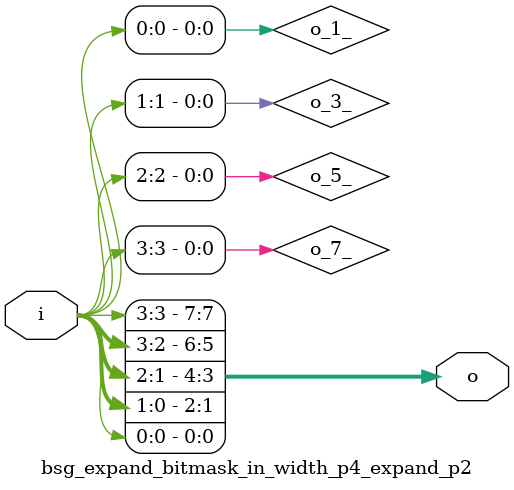
<source format=v>
module bsg_expand_bitmask_in_width_p4_expand_p2
(
  i,
  o
);

  input [3:0] i;
  output [7:0] o;
  wire [7:0] o;
  wire o_7_,o_5_,o_3_,o_1_;
  assign o_7_ = i[3];
  assign o[6] = o_7_;
  assign o[7] = o_7_;
  assign o_5_ = i[2];
  assign o[4] = o_5_;
  assign o[5] = o_5_;
  assign o_3_ = i[1];
  assign o[2] = o_3_;
  assign o[3] = o_3_;
  assign o_1_ = i[0];
  assign o[0] = o_1_;
  assign o[1] = o_1_;

endmodule
</source>
